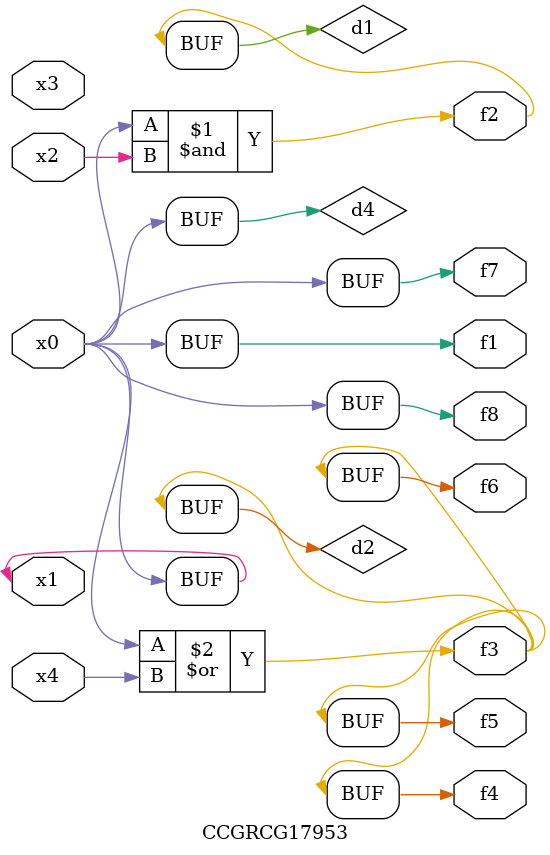
<source format=v>
module CCGRCG17953(
	input x0, x1, x2, x3, x4,
	output f1, f2, f3, f4, f5, f6, f7, f8
);

	wire d1, d2, d3, d4;

	and (d1, x0, x2);
	or (d2, x0, x4);
	nand (d3, x0, x2);
	buf (d4, x0, x1);
	assign f1 = d4;
	assign f2 = d1;
	assign f3 = d2;
	assign f4 = d2;
	assign f5 = d2;
	assign f6 = d2;
	assign f7 = d4;
	assign f8 = d4;
endmodule

</source>
